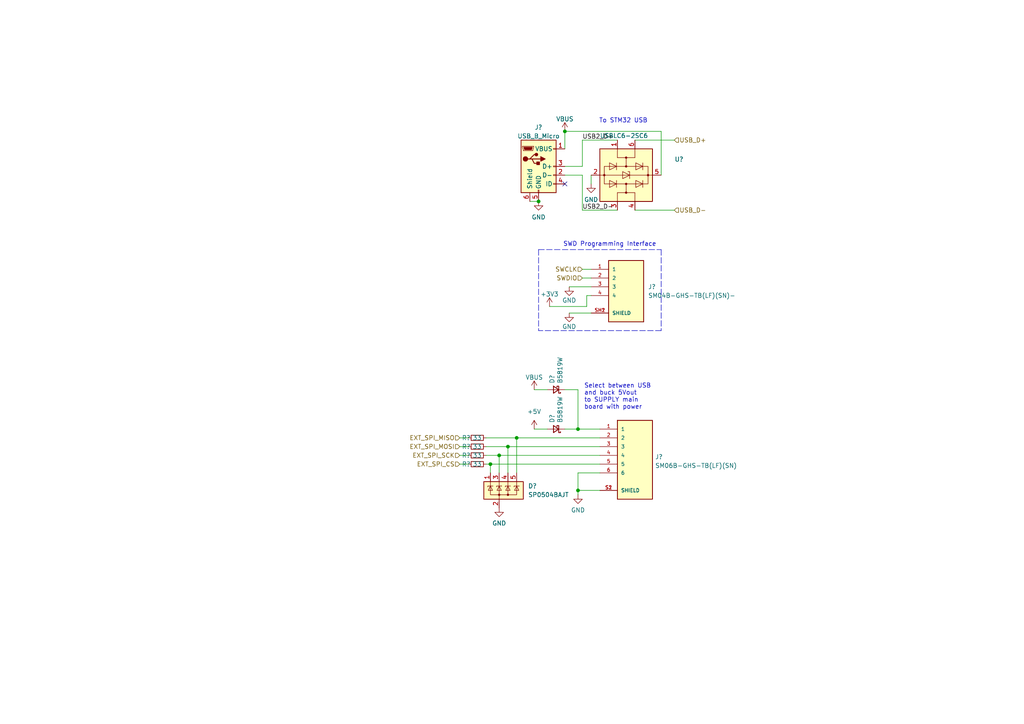
<source format=kicad_sch>
(kicad_sch (version 20211123) (generator eeschema)
  (paper "A4")
  (lib_symbols
    (symbol "Device:D_Schottky_Small" (pin_numbers hide) (pin_names (offset 0.254) hide)
      (property "Reference" "D" (at -1.27 2.032 0))
      (property "Value" "D_Schottky_Small" (at -7.112 -2.032 0))
      (symbol "D_Schottky_Small_0_1"
        (polyline (pts (xy -0.762 0) (xy 0.762 0)))
        (polyline (pts (xy 0.762 -1.016) (xy -0.762 0) (xy 0.762 1.016) (xy 0.762 -1.016)) (stroke (width 0.254)))
        (polyline (pts (xy -1.27 0.762) (xy -1.27 1.016) (xy -0.762 1.016) (xy -0.762 -1.016) (xy -0.254 -1.016) (xy -0.254 -0.762)) (stroke (width 0.254)))
      )
      (symbol "D_Schottky_Small_1_1"
        (pin passive line (at -2.54 0 0) (length 1.778) (name "K") (number "1"))
        (pin passive line (at 2.54 0 180) (length 1.778) (name "A") (number "2"))
      )
    )
    (symbol "Device:R_Small" (pin_numbers hide) (pin_names (offset 0.254) hide)
      (property "Reference" "R" (at 0.762 0.508 0))
      (property "Value" "R_Small" (at 0.762 -1.016 0))
      (symbol "R_Small_0_1"
        (rectangle (start -0.762 1.778) (end 0.762 -1.778) (stroke (width 0.2032)))
      )
      (symbol "R_Small_1_1"
        (pin passive line (at 0 2.54 270) (length 0.762) (name "~") (number "1"))
        (pin passive line (at 0 -2.54 90) (length 0.762) (name "~") (number "2"))
      )
    )
    (symbol "Power_Protection:SP0504BAJT" (pin_names hide)
      (property "Reference" "D" (at 7.62 2.54 0))
      (property "Value" "SP0504BAJT" (at 7.62 0.635 0))
      (symbol "SP0504BAJT_0_0"
        (pin passive line (at 0 -5.08 90) (length 2.54) (name "A") (number "2"))
      )
      (symbol "SP0504BAJT_0_1"
        (rectangle (start -4.445 2.54) (end 6.985 -2.54) (stroke (width 0.254)) (fill (type background)))
        (circle (center 0 -1.27) (radius 0.254) (fill (type outline)))
        (polyline (pts (xy -2.54 2.54) (xy -2.54 1.27)))
        (polyline (pts (xy 0 -1.27) (xy 0 -2.54)))
        (polyline (pts (xy 0 -1.27) (xy 0 1.27)))
        (polyline (pts (xy 0 2.54) (xy 0 1.27)))
        (polyline (pts (xy 0.635 1.27) (xy 0.762 1.27)))
        (polyline (pts (xy 2.54 2.54) (xy 2.54 1.27)))
        (polyline (pts (xy 5.08 2.54) (xy 5.08 1.27)))
        (polyline (pts (xy 0.635 1.27) (xy -0.762 1.27) (xy -0.762 1.016)))
        (polyline (pts (xy 5.08 1.27) (xy 5.08 -1.27) (xy 2.54 -1.27)))
        (polyline (pts (xy -3.302 1.016) (xy -3.302 1.27) (xy -1.905 1.27) (xy -1.778 1.27)))
        (polyline (pts (xy -2.54 1.27) (xy -2.54 -1.27) (xy 2.54 -1.27) (xy 2.54 1.27)))
        (polyline (pts (xy -2.54 1.27) (xy -1.905 0) (xy -3.175 0) (xy -2.54 1.27)))
        (polyline (pts (xy 0.635 0) (xy -0.635 0) (xy 0 1.27) (xy 0.635 0)))
        (polyline (pts (xy 1.778 1.016) (xy 1.778 1.27) (xy 3.175 1.27) (xy 3.302 1.27)))
        (polyline (pts (xy 2.54 1.27) (xy 1.905 0) (xy 3.175 0) (xy 2.54 1.27)))
        (polyline (pts (xy 4.318 1.016) (xy 4.318 1.27) (xy 5.715 1.27) (xy 5.842 1.27)))
        (polyline (pts (xy 5.08 1.27) (xy 4.445 0) (xy 5.715 0) (xy 5.08 1.27)))
        (circle (center 2.54 -1.27) (radius 0.254) (fill (type outline)))
      )
      (symbol "SP0504BAJT_1_1"
        (pin passive line (at -2.54 5.08 270) (length 2.54) (name "K") (number "1"))
        (pin passive line (at 0 5.08 270) (length 2.54) (name "K") (number "3"))
        (pin passive line (at 2.54 5.08 270) (length 2.54) (name "K") (number "4"))
        (pin passive line (at 5.08 5.08 270) (length 2.54) (name "K") (number "5"))
      )
    )
    (symbol "Power_Protection:USBLC6-2SC6" (pin_names hide)
      (property "Reference" "U" (at 2.54 8.89 0))
      (property "Value" "USBLC6-2SC6" (at 2.54 -8.89 0))
      (symbol "USBLC6-2SC6_0_1"
        (rectangle (start -7.62 -7.62) (end 7.62 7.62) (stroke (width 0.254)) (fill (type background)))
        (circle (center -5.08 0) (radius 0.254) (fill (type outline)))
        (circle (center -2.54 0) (radius 0.254) (fill (type outline)))
        (rectangle (start -2.54 6.35) (end 2.54 -6.35))
        (circle (center 0 -6.35) (radius 0.254) (fill (type outline)))
        (polyline (pts (xy -5.08 -2.54) (xy -7.62 -2.54)))
        (polyline (pts (xy -5.08 0) (xy -5.08 -2.54)))
        (polyline (pts (xy -5.08 2.54) (xy -7.62 2.54)))
        (polyline (pts (xy -1.524 -2.794) (xy -3.556 -2.794)))
        (polyline (pts (xy -1.524 4.826) (xy -3.556 4.826)))
        (polyline (pts (xy 0 -7.62) (xy 0 -6.35)))
        (polyline (pts (xy 0 -6.35) (xy 0 1.27)))
        (polyline (pts (xy 0 1.27) (xy 0 6.35)))
        (polyline (pts (xy 0 6.35) (xy 0 7.62)))
        (polyline (pts (xy 1.524 -2.794) (xy 3.556 -2.794)))
        (polyline (pts (xy 1.524 4.826) (xy 3.556 4.826)))
        (polyline (pts (xy 5.08 -2.54) (xy 7.62 -2.54)))
        (polyline (pts (xy 5.08 0) (xy 5.08 -2.54)))
        (polyline (pts (xy 5.08 2.54) (xy 7.62 2.54)))
        (polyline (pts (xy -2.54 0) (xy -5.08 0) (xy -5.08 2.54)))
        (polyline (pts (xy 2.54 0) (xy 5.08 0) (xy 5.08 2.54)))
        (polyline (pts (xy -3.556 -4.826) (xy -1.524 -4.826) (xy -2.54 -2.794) (xy -3.556 -4.826)))
        (polyline (pts (xy -3.556 2.794) (xy -1.524 2.794) (xy -2.54 4.826) (xy -3.556 2.794)))
        (polyline (pts (xy -1.016 -1.016) (xy 1.016 -1.016) (xy 0 1.016) (xy -1.016 -1.016)))
        (polyline (pts (xy 1.016 1.016) (xy 0.762 1.016) (xy -1.016 1.016) (xy -1.016 0.508)))
        (polyline (pts (xy 3.556 -4.826) (xy 1.524 -4.826) (xy 2.54 -2.794) (xy 3.556 -4.826)))
        (polyline (pts (xy 3.556 2.794) (xy 1.524 2.794) (xy 2.54 4.826) (xy 3.556 2.794)))
        (circle (center 0 6.35) (radius 0.254) (fill (type outline)))
        (circle (center 2.54 0) (radius 0.254) (fill (type outline)))
        (circle (center 5.08 0) (radius 0.254) (fill (type outline)))
      )
      (symbol "USBLC6-2SC6_1_1"
        (pin passive line (at -10.16 -2.54 0) (length 2.54) (name "I/O1") (number "1"))
        (pin passive line (at 0 -10.16 90) (length 2.54) (name "GND") (number "2"))
        (pin passive line (at 10.16 -2.54 180) (length 2.54) (name "I/O2") (number "3"))
        (pin passive line (at 10.16 2.54 180) (length 2.54) (name "I/O2") (number "4"))
        (pin passive line (at 0 10.16 270) (length 2.54) (name "VBUS") (number "5"))
        (pin passive line (at -10.16 2.54 0) (length 2.54) (name "I/O1") (number "6"))
      )
    )
    (symbol "SM04B-GHS-TB_LF__SN_-:SM04B-GHS-TB(LF)(SN)-" (pin_names (offset 1.016))
      (property "Reference" "J" (at -5.08 7.62 0))
      (property "Value" "SM04B-GHS-TB(LF)(SN)-" (at -5.08 -12.7254 0))
      (symbol "SM04B-GHS-TB(LF)(SN)-_0_0"
        (rectangle (start -5.08 -10.16) (end 5.08 7.62) (stroke (width 0.254)) (fill (type background)))
        (pin passive line (at -10.16 5.08 0) (length 5.08) (name "1") (number "1"))
        (pin passive line (at -10.16 2.54 0) (length 5.08) (name "2") (number "2"))
        (pin passive line (at -10.16 0 0) (length 5.08) (name "3") (number "3"))
        (pin passive line (at -10.16 -2.54 0) (length 5.08) (name "4") (number "4"))
        (pin power_in line (at -10.16 -7.62 0) (length 5.08) (name "SHIELD") (number "SH1"))
        (pin power_in line (at -10.16 -7.62 0) (length 5.08) (name "SHIELD") (number "SH2"))
      )
    )
    (symbol "SM06B-GHS-TB_LF__SN_:SM06B-GHS-TB(LF)(SN)" (pin_names (offset 1.016))
      (property "Reference" "J" (at -5.08 11.43 0))
      (property "Value" "SM06B-GHS-TB(LF)(SN)" (at -5.08 -15.24 0))
      (symbol "SM06B-GHS-TB(LF)(SN)_0_0"
        (rectangle (start -5.08 -12.7) (end 5.08 10.16) (stroke (width 0.254)) (fill (type background)))
        (pin passive line (at -10.16 7.62 0) (length 5.08) (name "1") (number "1"))
        (pin passive line (at -10.16 5.08 0) (length 5.08) (name "2") (number "2"))
        (pin passive line (at -10.16 2.54 0) (length 5.08) (name "3") (number "3"))
        (pin passive line (at -10.16 0 0) (length 5.08) (name "4") (number "4"))
        (pin passive line (at -10.16 -2.54 0) (length 5.08) (name "5") (number "5"))
        (pin passive line (at -10.16 -5.08 0) (length 5.08) (name "6") (number "6"))
        (pin passive line (at -10.16 -10.16 0) (length 5.08) (name "SHIELD") (number "S1"))
        (pin passive line (at -10.16 -10.16 0) (length 5.08) (name "SHIELD") (number "S2"))
      )
    )
    (symbol "USB_B_Micro_1" (pin_names (offset 1.016))
      (property "Reference" "J6" (at 0 11.3198 0))
      (property "Value" "USB_B_Micro_1" (at 0 8.7829 0))
      (symbol "USB_B_Micro_1_0_1"
        (rectangle (start -5.08 -7.62) (end 5.08 7.62) (stroke (width 0.254)) (fill (type background)))
        (circle (center -3.81 2.159) (radius 0.635) (stroke (width 0.254)) (fill (type outline)))
        (circle (center -0.635 3.429) (radius 0.381) (stroke (width 0.254)) (fill (type outline)))
        (rectangle (start -0.127 -7.62) (end 0.127 -6.858))
        (polyline (pts (xy -1.905 2.159) (xy 0.635 2.159)) (stroke (width 0.254)))
        (polyline (pts (xy -3.175 2.159) (xy -2.54 2.159) (xy -1.27 3.429) (xy -0.635 3.429)) (stroke (width 0.254)))
        (polyline (pts (xy -2.54 2.159) (xy -1.905 2.159) (xy -1.27 0.889) (xy 0 0.889)) (stroke (width 0.254)))
        (polyline (pts (xy 0.635 2.794) (xy 0.635 1.524) (xy 1.905 2.159) (xy 0.635 2.794)) (stroke (width 0.254)) (fill (type outline)))
        (polyline (pts (xy -4.318 5.588) (xy -1.778 5.588) (xy -2.032 4.826) (xy -4.064 4.826) (xy -4.318 5.588)) (fill (type outline)))
        (polyline (pts (xy -4.699 5.842) (xy -4.699 5.588) (xy -4.445 4.826) (xy -4.445 4.572) (xy -1.651 4.572) (xy -1.651 4.826) (xy -1.397 5.588) (xy -1.397 5.842) (xy -4.699 5.842)))
        (rectangle (start 0.254 1.27) (end -0.508 0.508) (stroke (width 0.254)) (fill (type outline)))
        (rectangle (start 5.08 -5.207) (end 4.318 -4.953))
        (rectangle (start 5.08 -2.667) (end 4.318 -2.413))
        (rectangle (start 5.08 -0.127) (end 4.318 0.127))
        (rectangle (start 5.08 4.953) (end 4.318 5.207))
      )
      (symbol "USB_B_Micro_1_1_1"
        (pin passive line (at 7.62 5.08 180) (length 2.54) (name "VBUS") (number "1"))
        (pin bidirectional line (at 7.62 -2.54 180) (length 2.54) (name "D-") (number "2"))
        (pin bidirectional line (at 7.62 0 180) (length 2.54) (name "D+") (number "3"))
        (pin passive line (at 7.62 -5.08 180) (length 2.54) (name "ID") (number "4"))
        (pin power_out line (at 0 -10.16 90) (length 2.54) (name "GND") (number "5"))
        (pin passive line (at -2.54 -10.16 90) (length 2.54) (name "Shield") (number "6"))
      )
    )
    (symbol "power:+3.3V" (power) (pin_names (offset 0))
      (property "Value" "+3.3V" (at 0 3.556 0))
      (symbol "+3.3V_0_1"
        (polyline (pts (xy -0.762 1.27) (xy 0 2.54)))
        (polyline (pts (xy 0 0) (xy 0 2.54)))
        (polyline (pts (xy 0 2.54) (xy 0.762 1.27)))
      )
      (symbol "+3.3V_1_1"
        (pin power_in line (at 0 0 90) (length 0) hide (name "+3V3") (number "1"))
      )
    )
    (symbol "power:+5V" (power) (pin_names (offset 0))
      (property "Value" "+5V" (at 0 3.556 0))
      (symbol "+5V_0_1"
        (polyline (pts (xy -0.762 1.27) (xy 0 2.54)))
        (polyline (pts (xy 0 0) (xy 0 2.54)))
        (polyline (pts (xy 0 2.54) (xy 0.762 1.27)))
      )
      (symbol "+5V_1_1"
        (pin power_in line (at 0 0 90) (length 0) hide (name "+5V") (number "1"))
      )
    )
    (symbol "power:GND" (power) (pin_names (offset 0))
      (property "Value" "GND" (at 0 -3.81 0))
      (symbol "GND_0_1"
        (polyline (pts (xy 0 0) (xy 0 -1.27) (xy 1.27 -1.27) (xy 0 -2.54) (xy -1.27 -1.27) (xy 0 -1.27)))
      )
      (symbol "GND_1_1"
        (pin power_in line (at 0 0 270) (length 0) hide (name "GND") (number "1"))
      )
    )
    (symbol "power:VBUS" (power) (pin_names (offset 0))
      (property "Value" "VBUS" (at 0 3.81 0))
      (symbol "VBUS_0_1"
        (polyline (pts (xy -0.762 1.27) (xy 0 2.54)))
        (polyline (pts (xy 0 0) (xy 0 2.54)))
        (polyline (pts (xy 0 2.54) (xy 0.762 1.27)))
      )
      (symbol "VBUS_1_1"
        (pin power_in line (at 0 0 90) (length 0) hide (name "VBUS") (number "1"))
      )
    )
  )
  (junction (at 167.64 142.24))
  (junction (at 167.64 124.46))
  (junction (at 142.24 134.62))
  (junction (at 144.78 132.08))
  (junction (at 147.32 129.54))
  (junction (at 156.21 58.42))
  (junction (at 149.86 127))
  (junction (at 163.83 38.1))
  (no_connect (at 163.83 53.34))
  (wire (pts (xy 168.91 78.105) (xy 171.45 78.105)))
  (wire (pts (xy 168.91 48.26) (xy 168.91 40.64)))
  (wire (pts (xy 140.97 129.54) (xy 147.32 129.54)))
  (wire (pts (xy 184.15 60.96) (xy 195.58 60.96)))
  (wire (pts (xy 144.78 132.08) (xy 144.78 137.16)))
  (wire (pts (xy 168.91 50.8) (xy 168.91 60.96)))
  (wire (pts (xy 163.83 113.03) (xy 167.64 113.03)))
  (polyline (pts (xy 156.21 72.39) (xy 156.21 95.885)))
  (wire (pts (xy 191.77 38.1) (xy 191.77 50.8)))
  (wire (pts (xy 165.1 83.185) (xy 171.45 83.185)))
  (wire (pts (xy 170.18 85.725) (xy 170.18 88.9)))
  (wire (pts (xy 165.1 90.805) (xy 171.45 90.805)))
  (wire (pts (xy 149.86 127) (xy 173.99 127)))
  (wire (pts (xy 147.32 129.54) (xy 147.32 137.16)))
  (polyline (pts (xy 156.21 72.39) (xy 191.77 72.39)))
  (wire (pts (xy 170.18 88.9) (xy 159.385 88.9)))
  (wire (pts (xy 167.64 124.46) (xy 173.99 124.46)))
  (wire (pts (xy 168.91 80.645) (xy 171.45 80.645)))
  (wire (pts (xy 153.67 58.42) (xy 156.21 58.42)))
  (wire (pts (xy 140.97 127) (xy 149.86 127)))
  (wire (pts (xy 171.45 85.725) (xy 170.18 85.725)))
  (wire (pts (xy 168.91 60.96) (xy 179.07 60.96)))
  (polyline (pts (xy 191.77 95.885) (xy 156.21 95.885)))
  (wire (pts (xy 154.94 113.03) (xy 158.75 113.03)))
  (wire (pts (xy 163.83 38.1) (xy 163.83 43.18)))
  (wire (pts (xy 167.64 142.24) (xy 167.64 143.51)))
  (wire (pts (xy 154.94 124.46) (xy 158.75 124.46)))
  (wire (pts (xy 140.97 132.08) (xy 144.78 132.08)))
  (wire (pts (xy 133.35 134.62) (xy 135.89 134.62)))
  (wire (pts (xy 140.97 134.62) (xy 142.24 134.62)))
  (wire (pts (xy 142.24 134.62) (xy 142.24 137.16)))
  (wire (pts (xy 149.86 127) (xy 149.86 137.16)))
  (wire (pts (xy 167.64 137.16) (xy 167.64 142.24)))
  (wire (pts (xy 142.24 134.62) (xy 173.99 134.62)))
  (wire (pts (xy 163.83 50.8) (xy 168.91 50.8)))
  (wire (pts (xy 184.15 40.64) (xy 195.58 40.64)))
  (wire (pts (xy 171.45 50.8) (xy 171.45 53.34)))
  (wire (pts (xy 167.64 113.03) (xy 167.64 124.46)))
  (wire (pts (xy 163.83 124.46) (xy 167.64 124.46)))
  (wire (pts (xy 168.91 40.64) (xy 179.07 40.64)))
  (wire (pts (xy 191.77 38.1) (xy 163.83 38.1)))
  (wire (pts (xy 133.35 129.54) (xy 135.89 129.54)))
  (wire (pts (xy 147.32 129.54) (xy 173.99 129.54)))
  (wire (pts (xy 173.99 142.24) (xy 167.64 142.24)))
  (wire (pts (xy 133.35 132.08) (xy 135.89 132.08)))
  (wire (pts (xy 133.35 127) (xy 135.89 127)))
  (wire (pts (xy 144.78 132.08) (xy 173.99 132.08)))
  (wire (pts (xy 167.64 137.16) (xy 173.99 137.16)))
  (wire (pts (xy 163.83 48.26) (xy 168.91 48.26)))
  (polyline (pts (xy 191.77 72.39) (xy 191.77 95.885)))
  (text "SWD Programming Interface" (at 163.322 71.628 0) (effects (font (size 1.27 1.27)) (justify left bottom)))
  (text "To STM32 USB" (at 173.736 35.814 0) (effects (font (size 1.27 1.27)) (justify left bottom)))
  (text "Select between USB \nand buck 5Vout\nto SUPPLY main\nboard with power" (at 169.418 118.872 0) (effects (font (size 1.27 1.27)) (justify left bottom)))
  (label "USB2_D-" (at 168.91 60.96 0))
  (label "USB2_D+" (at 168.91 40.64 0))
  (hierarchical_label "EXT_SPI_MOSI" (shape input) (at 133.35 129.54 180))
  (hierarchical_label "SWCLK" (shape input) (at 168.91 78.105 180))
  (hierarchical_label "SWDIO" (shape input) (at 168.91 80.645 180))
  (hierarchical_label "EXT_SPI_SCK" (shape input) (at 133.35 132.08 180))
  (hierarchical_label "EXT_SPI_MISO" (shape input) (at 133.35 127 180))
  (hierarchical_label "USB_D-" (shape input) (at 195.58 60.96 0))
  (hierarchical_label "USB_D+" (shape input) (at 195.58 40.64 0))
  (hierarchical_label "EXT_SPI_CS" (shape input) (at 133.35 134.62 180))
  (symbol (lib_id "power:VBUS") (at 163.83 38.1 0) (unit 1)
    (property "Reference" "#PWR?" (effects hide))
    (property "Value" "VBUS" (at 163.83 34.5242 0))
  )
  (symbol (lib_id "Device:R_Small") (at 138.43 132.08 270) (unit 1)
    (property "Reference" "R?" (at 136.525 132.08 90) (effects (justify right)))
    (property "Value" "33" (at 139.7 132.08 90) (effects (justify right)))
    (property "Footprint" "Resistor_SMD:R_0603_1608Metric_Pad0.98x0.95mm_HandSolder" (effects hide))
  )
  (symbol (lib_id "Device:D_Schottky_Small") (at 161.29 124.46 180) (unit 1)
    (property "Reference" "D?" (at 160.1216 122.682 90) (effects (justify right)))
    (property "Value" "B5819W" (at 162.433 122.682 90) (effects (justify right)))
    (property "Footprint" "Diode_SMD:D_SOD-123" (effects hide))
    (property "Datasheet" "https://datasheet.lcsc.com/lcsc/2201121730_Xirun-Semiconductor-B5819W_C2936485.pdf" (effects hide))
  )
  (symbol (lib_id "power:GND") (at 171.45 53.34 0) (unit 1)
    (property "Reference" "#PWR?" (effects hide))
    (property "Value" "GND" (at 171.45 57.9026 0))
  )
  (symbol (lib_name "USB_B_Micro_1") (lib_id "Connector:USB_B_Micro") (at 156.21 48.26 0) (unit 1)
    (property "Reference" "J?" (at 156.21 36.9402 0))
    (property "Value" "USB_B_Micro" (at 156.21 39.4771 0))
    (property "Footprint" "Connector_USB:USB_Micro-B_Molex-105017-0001" (effects hide))
  )
  (symbol (lib_id "Device:R_Small") (at 138.43 129.54 270) (unit 1)
    (property "Reference" "R?" (at 136.525 129.54 90) (effects (justify right)))
    (property "Value" "33" (at 139.7 129.54 90) (effects (justify right)))
    (property "Footprint" "Resistor_SMD:R_0603_1608Metric_Pad0.98x0.95mm_HandSolder" (effects hide))
  )
  (symbol (lib_id "power:VBUS") (at 154.94 113.03 0) (unit 1)
    (property "Reference" "#PWR?" (effects hide))
    (property "Value" "VBUS" (at 154.94 109.4542 0))
  )
  (symbol (lib_id "Device:R_Small") (at 138.43 134.62 270) (unit 1)
    (property "Reference" "R?" (at 136.525 134.62 90) (effects (justify right)))
    (property "Value" "33" (at 139.7 134.62 90) (effects (justify right)))
    (property "Footprint" "Resistor_SMD:R_0603_1608Metric_Pad0.98x0.95mm_HandSolder" (effects hide))
  )
  (symbol (lib_id "power:GND") (at 165.1 83.185 0) (unit 1)
    (property "Reference" "#PWR?" (effects hide))
    (property "Value" "GND" (at 165.1 87.1126 0))
  )
  (symbol (lib_id "power:GND") (at 165.1 90.805 0) (unit 1)
    (property "Reference" "#PWR?" (effects hide))
    (property "Value" "GND" (at 165.1 94.7326 0))
  )
  (symbol (lib_id "Device:D_Schottky_Small") (at 161.29 113.03 180) (unit 1)
    (property "Reference" "D?" (at 160.1216 111.252 90) (effects (justify right)))
    (property "Value" "B5819W" (at 162.433 111.252 90) (effects (justify right)))
    (property "Footprint" "Diode_SMD:D_SOD-123" (effects hide))
    (property "Datasheet" "https://datasheet.lcsc.com/lcsc/2201121730_Xirun-Semiconductor-B5819W_C2936485.pdf" (effects hide))
  )
  (symbol (lib_id "Power_Protection:USBLC6-2SC6") (at 181.61 50.8 270) (unit 1)
    (property "Reference" "U?" (at 196.9657 46.2111 90))
    (property "Value" "USBLC6-2SC6" (at 180.975 39.37 90))
    (property "Footprint" "Package_TO_SOT_SMD:SOT-23-6" (effects hide))
    (property "Datasheet" "https://www.st.com/resource/en/datasheet/usblc6-2.pdf" (effects hide))
  )
  (symbol (lib_id "SM04B-GHS-TB_LF__SN_-:SM04B-GHS-TB(LF)(SN)-") (at 181.61 83.185 0) (unit 1)
    (property "Reference" "J?" (at 187.96 83.1849 0) (effects (justify left)))
    (property "Value" "SM04B-GHS-TB(LF)(SN)-" (at 187.96 85.7249 0) (effects (justify left)))
    (property "Footprint" "Footprints:JST_SM04B-GHS-TB(LF)(SN)-" (effects hide))
    (property "Datasheet" "https://datasheet.lcsc.com/lcsc/1810261120_JST-Sales-America-SM04B-GHS-TB-LF-SN_C189895.pdf" (effects hide))
    (property "LCSC#" "C189895" (effects hide))
  )
  (symbol (lib_id "power:+5V") (at 154.94 124.46 0) (unit 1)
    (property "Reference" "#PWR?" (effects hide))
    (property "Value" "+5V" (at 154.94 119.38 0))
  )
  (symbol (lib_id "power:GND") (at 167.64 143.51 0) (unit 1)
    (property "Reference" "#PWR?" (effects hide))
    (property "Value" "GND" (at 167.64 147.9534 0))
  )
  (symbol (lib_id "power:+3.3V") (at 159.385 88.9 0) (unit 1)
    (property "Reference" "#PWR?" (effects hide))
    (property "Value" "+3.3V" (at 159.385 85.3242 0))
  )
  (symbol (lib_id "Device:R_Small") (at 138.43 127 270) (unit 1)
    (property "Reference" "R?" (at 136.525 127 90) (effects (justify right)))
    (property "Value" "33" (at 139.7 127 90) (effects (justify right)))
    (property "Footprint" "Resistor_SMD:R_0603_1608Metric_Pad0.98x0.95mm_HandSolder" (effects hide))
  )
  (symbol (lib_id "Power_Protection:SP0504BAJT") (at 144.78 142.24 0) (unit 1)
    (property "Reference" "D?" (at 153.162 140.9699 0) (effects (justify left)))
    (property "Value" "SP0504BAJT" (at 153.162 143.5099 0) (effects (justify left)))
    (property "Footprint" "Package_TO_SOT_SMD:SOT-353_SC-70-5" (effects hide))
    (property "Datasheet" "http://www.littelfuse.com/~/media/files/littelfuse/technical%20resources/documents/data%20sheets/sp05xxba.pdf" (effects hide))
    (property "LCSC#" "C5116451" (effects hide))
  )
  (symbol (lib_id "SM06B-GHS-TB_LF__SN_:SM06B-GHS-TB(LF)(SN)") (at 184.15 132.08 0) (unit 1)
    (property "Reference" "J?" (at 189.992 132.5153 0) (effects (justify left)))
    (property "Value" "SM06B-GHS-TB(LF)(SN)" (at 189.992 135.0522 0) (effects (justify left)))
    (property "Footprint" "Footprints:JST_SM06B-GHS-TB(LF)(SN)" (effects hide))
    (property "PARTREV" "N/A" (effects hide))
    (property "STANDARD" "Manufacturer Recommendations" (effects hide))
    (property "MAXIMUM_PACKAGE_HEIGHT" "4.25mm" (effects hide))
    (property "MANUFACTURER" "JST" (effects hide))
  )
  (symbol (lib_id "power:GND") (at 156.21 58.42 0) (unit 1)
    (property "Reference" "#PWR?" (effects hide))
    (property "Value" "GND" (at 156.21 62.9826 0))
  )
  (symbol (lib_id "power:GND") (at 144.78 147.32 0) (unit 1)
    (property "Reference" "#PWR?" (effects hide))
    (property "Value" "GND" (at 144.78 151.7634 0))
  )
)
</source>
